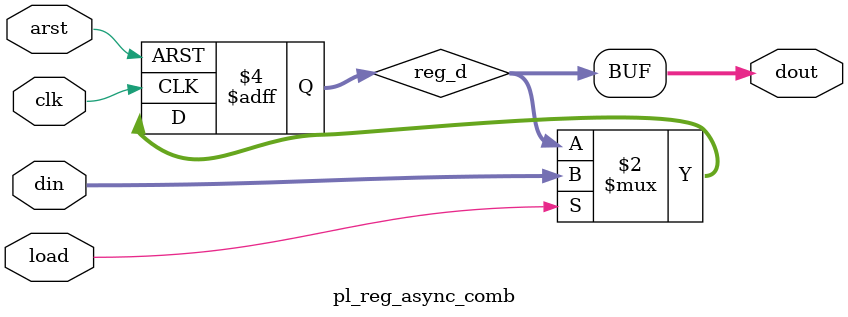
<source format=sv>
module pl_reg_async_comb #(parameter W=4) (
    input clk, arst, load,
    input [W-1:0] din,
    output [W-1:0] dout
);
reg [W-1:0] reg_d;
always @(posedge clk or posedge arst)
    if (arst) reg_d <= 0;
    else if (load) reg_d <= din;
assign dout = reg_d;
endmodule
</source>
